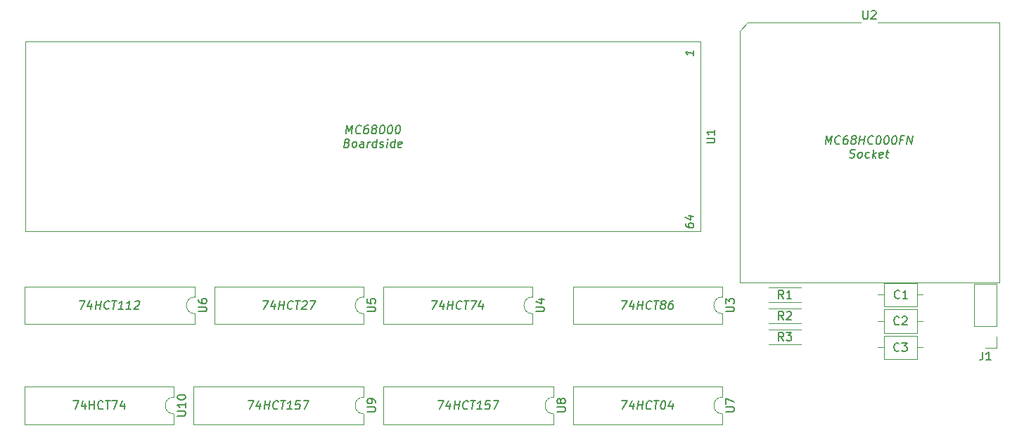
<source format=gbr>
G04 #@! TF.GenerationSoftware,KiCad,Pcbnew,(5.1.2-1)-1*
G04 #@! TF.CreationDate,2019-05-26T22:41:34+01:00*
G04 #@! TF.ProjectId,A500 14Mhz Accelerator,41353030-2031-4344-9d68-7a2041636365,rev?*
G04 #@! TF.SameCoordinates,Original*
G04 #@! TF.FileFunction,Legend,Top*
G04 #@! TF.FilePolarity,Positive*
%FSLAX46Y46*%
G04 Gerber Fmt 4.6, Leading zero omitted, Abs format (unit mm)*
G04 Created by KiCad (PCBNEW (5.1.2-1)-1) date 2019-05-26 22:41:34*
%MOMM*%
%LPD*%
G04 APERTURE LIST*
%ADD10C,0.150000*%
%ADD11C,0.120000*%
G04 APERTURE END LIST*
D10*
X91448333Y-134707380D02*
X92115000Y-134707380D01*
X91686428Y-135707380D01*
X92924523Y-135040714D02*
X92924523Y-135707380D01*
X92686428Y-134659761D02*
X92448333Y-135374047D01*
X93067380Y-135374047D01*
X93448333Y-135707380D02*
X93448333Y-134707380D01*
X93448333Y-135183571D02*
X94019761Y-135183571D01*
X94019761Y-135707380D02*
X94019761Y-134707380D01*
X95067380Y-135612142D02*
X95019761Y-135659761D01*
X94876904Y-135707380D01*
X94781666Y-135707380D01*
X94638809Y-135659761D01*
X94543571Y-135564523D01*
X94495952Y-135469285D01*
X94448333Y-135278809D01*
X94448333Y-135135952D01*
X94495952Y-134945476D01*
X94543571Y-134850238D01*
X94638809Y-134755000D01*
X94781666Y-134707380D01*
X94876904Y-134707380D01*
X95019761Y-134755000D01*
X95067380Y-134802619D01*
X95353095Y-134707380D02*
X95924523Y-134707380D01*
X95638809Y-135707380D02*
X95638809Y-134707380D01*
X96162619Y-134707380D02*
X96829285Y-134707380D01*
X96400714Y-135707380D01*
X97638809Y-135040714D02*
X97638809Y-135707380D01*
X97400714Y-134659761D02*
X97162619Y-135374047D01*
X97781666Y-135374047D01*
X112587157Y-134707380D02*
X113253824Y-134707380D01*
X112700252Y-135707380D01*
X114021681Y-135040714D02*
X113938348Y-135707380D01*
X113831205Y-134659761D02*
X113503824Y-135374047D01*
X114122872Y-135374047D01*
X114462157Y-135707380D02*
X114587157Y-134707380D01*
X114527633Y-135183571D02*
X115099062Y-135183571D01*
X115033586Y-135707380D02*
X115158586Y-134707380D01*
X116093110Y-135612142D02*
X116039538Y-135659761D01*
X115890729Y-135707380D01*
X115795491Y-135707380D01*
X115658586Y-135659761D01*
X115575252Y-135564523D01*
X115539538Y-135469285D01*
X115515729Y-135278809D01*
X115533586Y-135135952D01*
X115605014Y-134945476D01*
X115664538Y-134850238D01*
X115771681Y-134755000D01*
X115920491Y-134707380D01*
X116015729Y-134707380D01*
X116152633Y-134755000D01*
X116194300Y-134802619D01*
X116491919Y-134707380D02*
X117063348Y-134707380D01*
X116652633Y-135707380D02*
X116777633Y-134707380D01*
X117795491Y-135707380D02*
X117224062Y-135707380D01*
X117509776Y-135707380D02*
X117634776Y-134707380D01*
X117521681Y-134850238D01*
X117414538Y-134945476D01*
X117313348Y-134993095D01*
X118825252Y-134707380D02*
X118349062Y-134707380D01*
X118241919Y-135183571D01*
X118295491Y-135135952D01*
X118396681Y-135088333D01*
X118634776Y-135088333D01*
X118724062Y-135135952D01*
X118765729Y-135183571D01*
X118801443Y-135278809D01*
X118771681Y-135516904D01*
X118712157Y-135612142D01*
X118658586Y-135659761D01*
X118557395Y-135707380D01*
X118319300Y-135707380D01*
X118230014Y-135659761D01*
X118188348Y-135612142D01*
X119206205Y-134707380D02*
X119872872Y-134707380D01*
X119319300Y-135707380D01*
X135447157Y-134707380D02*
X136113824Y-134707380D01*
X135560252Y-135707380D01*
X136881681Y-135040714D02*
X136798348Y-135707380D01*
X136691205Y-134659761D02*
X136363824Y-135374047D01*
X136982872Y-135374047D01*
X137322157Y-135707380D02*
X137447157Y-134707380D01*
X137387633Y-135183571D02*
X137959062Y-135183571D01*
X137893586Y-135707380D02*
X138018586Y-134707380D01*
X138953110Y-135612142D02*
X138899538Y-135659761D01*
X138750729Y-135707380D01*
X138655491Y-135707380D01*
X138518586Y-135659761D01*
X138435252Y-135564523D01*
X138399538Y-135469285D01*
X138375729Y-135278809D01*
X138393586Y-135135952D01*
X138465014Y-134945476D01*
X138524538Y-134850238D01*
X138631681Y-134755000D01*
X138780491Y-134707380D01*
X138875729Y-134707380D01*
X139012633Y-134755000D01*
X139054300Y-134802619D01*
X139351919Y-134707380D02*
X139923348Y-134707380D01*
X139512633Y-135707380D02*
X139637633Y-134707380D01*
X140655491Y-135707380D02*
X140084062Y-135707380D01*
X140369776Y-135707380D02*
X140494776Y-134707380D01*
X140381681Y-134850238D01*
X140274538Y-134945476D01*
X140173348Y-134993095D01*
X141685252Y-134707380D02*
X141209062Y-134707380D01*
X141101919Y-135183571D01*
X141155491Y-135135952D01*
X141256681Y-135088333D01*
X141494776Y-135088333D01*
X141584062Y-135135952D01*
X141625729Y-135183571D01*
X141661443Y-135278809D01*
X141631681Y-135516904D01*
X141572157Y-135612142D01*
X141518586Y-135659761D01*
X141417395Y-135707380D01*
X141179300Y-135707380D01*
X141090014Y-135659761D01*
X141048348Y-135612142D01*
X142066205Y-134707380D02*
X142732872Y-134707380D01*
X142179300Y-135707380D01*
X157513348Y-134707380D02*
X158180014Y-134707380D01*
X157626443Y-135707380D01*
X158947872Y-135040714D02*
X158864538Y-135707380D01*
X158757395Y-134659761D02*
X158430014Y-135374047D01*
X159049062Y-135374047D01*
X159388348Y-135707380D02*
X159513348Y-134707380D01*
X159453824Y-135183571D02*
X160025252Y-135183571D01*
X159959776Y-135707380D02*
X160084776Y-134707380D01*
X161019300Y-135612142D02*
X160965729Y-135659761D01*
X160816919Y-135707380D01*
X160721681Y-135707380D01*
X160584776Y-135659761D01*
X160501443Y-135564523D01*
X160465729Y-135469285D01*
X160441919Y-135278809D01*
X160459776Y-135135952D01*
X160531205Y-134945476D01*
X160590729Y-134850238D01*
X160697872Y-134755000D01*
X160846681Y-134707380D01*
X160941919Y-134707380D01*
X161078824Y-134755000D01*
X161120491Y-134802619D01*
X161418110Y-134707380D02*
X161989538Y-134707380D01*
X161578824Y-135707380D02*
X161703824Y-134707380D01*
X162513348Y-134707380D02*
X162608586Y-134707380D01*
X162697872Y-134755000D01*
X162739538Y-134802619D01*
X162775252Y-134897857D01*
X162799062Y-135088333D01*
X162769300Y-135326428D01*
X162697872Y-135516904D01*
X162638348Y-135612142D01*
X162584776Y-135659761D01*
X162483586Y-135707380D01*
X162388348Y-135707380D01*
X162299062Y-135659761D01*
X162257395Y-135612142D01*
X162221681Y-135516904D01*
X162197872Y-135326428D01*
X162227633Y-135088333D01*
X162299062Y-134897857D01*
X162358586Y-134802619D01*
X162412157Y-134755000D01*
X162513348Y-134707380D01*
X163662157Y-135040714D02*
X163578824Y-135707380D01*
X163471681Y-134659761D02*
X163144300Y-135374047D01*
X163763348Y-135374047D01*
X92267157Y-122642380D02*
X92933824Y-122642380D01*
X92380252Y-123642380D01*
X93701681Y-122975714D02*
X93618348Y-123642380D01*
X93511205Y-122594761D02*
X93183824Y-123309047D01*
X93802872Y-123309047D01*
X94142157Y-123642380D02*
X94267157Y-122642380D01*
X94207633Y-123118571D02*
X94779062Y-123118571D01*
X94713586Y-123642380D02*
X94838586Y-122642380D01*
X95773110Y-123547142D02*
X95719538Y-123594761D01*
X95570729Y-123642380D01*
X95475491Y-123642380D01*
X95338586Y-123594761D01*
X95255252Y-123499523D01*
X95219538Y-123404285D01*
X95195729Y-123213809D01*
X95213586Y-123070952D01*
X95285014Y-122880476D01*
X95344538Y-122785238D01*
X95451681Y-122690000D01*
X95600491Y-122642380D01*
X95695729Y-122642380D01*
X95832633Y-122690000D01*
X95874300Y-122737619D01*
X96171919Y-122642380D02*
X96743348Y-122642380D01*
X96332633Y-123642380D02*
X96457633Y-122642380D01*
X97475491Y-123642380D02*
X96904062Y-123642380D01*
X97189776Y-123642380D02*
X97314776Y-122642380D01*
X97201681Y-122785238D01*
X97094538Y-122880476D01*
X96993348Y-122928095D01*
X98427872Y-123642380D02*
X97856443Y-123642380D01*
X98142157Y-123642380D02*
X98267157Y-122642380D01*
X98154062Y-122785238D01*
X98046919Y-122880476D01*
X97945729Y-122928095D01*
X98921919Y-122737619D02*
X98975491Y-122690000D01*
X99076681Y-122642380D01*
X99314776Y-122642380D01*
X99404062Y-122690000D01*
X99445729Y-122737619D01*
X99481443Y-122832857D01*
X99469538Y-122928095D01*
X99404062Y-123070952D01*
X98761205Y-123642380D01*
X99380252Y-123642380D01*
X114333348Y-122642380D02*
X115000014Y-122642380D01*
X114446443Y-123642380D01*
X115767872Y-122975714D02*
X115684538Y-123642380D01*
X115577395Y-122594761D02*
X115250014Y-123309047D01*
X115869062Y-123309047D01*
X116208348Y-123642380D02*
X116333348Y-122642380D01*
X116273824Y-123118571D02*
X116845252Y-123118571D01*
X116779776Y-123642380D02*
X116904776Y-122642380D01*
X117839300Y-123547142D02*
X117785729Y-123594761D01*
X117636919Y-123642380D01*
X117541681Y-123642380D01*
X117404776Y-123594761D01*
X117321443Y-123499523D01*
X117285729Y-123404285D01*
X117261919Y-123213809D01*
X117279776Y-123070952D01*
X117351205Y-122880476D01*
X117410729Y-122785238D01*
X117517872Y-122690000D01*
X117666681Y-122642380D01*
X117761919Y-122642380D01*
X117898824Y-122690000D01*
X117940491Y-122737619D01*
X118238110Y-122642380D02*
X118809538Y-122642380D01*
X118398824Y-123642380D02*
X118523824Y-122642380D01*
X119083348Y-122737619D02*
X119136919Y-122690000D01*
X119238110Y-122642380D01*
X119476205Y-122642380D01*
X119565491Y-122690000D01*
X119607157Y-122737619D01*
X119642872Y-122832857D01*
X119630967Y-122928095D01*
X119565491Y-123070952D01*
X118922633Y-123642380D01*
X119541681Y-123642380D01*
X120000014Y-122642380D02*
X120666681Y-122642380D01*
X120113110Y-123642380D01*
X134653348Y-122642380D02*
X135320014Y-122642380D01*
X134766443Y-123642380D01*
X136087872Y-122975714D02*
X136004538Y-123642380D01*
X135897395Y-122594761D02*
X135570014Y-123309047D01*
X136189062Y-123309047D01*
X136528348Y-123642380D02*
X136653348Y-122642380D01*
X136593824Y-123118571D02*
X137165252Y-123118571D01*
X137099776Y-123642380D02*
X137224776Y-122642380D01*
X138159300Y-123547142D02*
X138105729Y-123594761D01*
X137956919Y-123642380D01*
X137861681Y-123642380D01*
X137724776Y-123594761D01*
X137641443Y-123499523D01*
X137605729Y-123404285D01*
X137581919Y-123213809D01*
X137599776Y-123070952D01*
X137671205Y-122880476D01*
X137730729Y-122785238D01*
X137837872Y-122690000D01*
X137986681Y-122642380D01*
X138081919Y-122642380D01*
X138218824Y-122690000D01*
X138260491Y-122737619D01*
X138558110Y-122642380D02*
X139129538Y-122642380D01*
X138718824Y-123642380D02*
X138843824Y-122642380D01*
X139367633Y-122642380D02*
X140034300Y-122642380D01*
X139480729Y-123642380D01*
X140802157Y-122975714D02*
X140718824Y-123642380D01*
X140611681Y-122594761D02*
X140284300Y-123309047D01*
X140903348Y-123309047D01*
X157513348Y-122642380D02*
X158180014Y-122642380D01*
X157626443Y-123642380D01*
X158947872Y-122975714D02*
X158864538Y-123642380D01*
X158757395Y-122594761D02*
X158430014Y-123309047D01*
X159049062Y-123309047D01*
X159388348Y-123642380D02*
X159513348Y-122642380D01*
X159453824Y-123118571D02*
X160025252Y-123118571D01*
X159959776Y-123642380D02*
X160084776Y-122642380D01*
X161019300Y-123547142D02*
X160965729Y-123594761D01*
X160816919Y-123642380D01*
X160721681Y-123642380D01*
X160584776Y-123594761D01*
X160501443Y-123499523D01*
X160465729Y-123404285D01*
X160441919Y-123213809D01*
X160459776Y-123070952D01*
X160531205Y-122880476D01*
X160590729Y-122785238D01*
X160697872Y-122690000D01*
X160846681Y-122642380D01*
X160941919Y-122642380D01*
X161078824Y-122690000D01*
X161120491Y-122737619D01*
X161418110Y-122642380D02*
X161989538Y-122642380D01*
X161578824Y-123642380D02*
X161703824Y-122642380D01*
X162412157Y-123070952D02*
X162322872Y-123023333D01*
X162281205Y-122975714D01*
X162245491Y-122880476D01*
X162251443Y-122832857D01*
X162310967Y-122737619D01*
X162364538Y-122690000D01*
X162465729Y-122642380D01*
X162656205Y-122642380D01*
X162745491Y-122690000D01*
X162787157Y-122737619D01*
X162822872Y-122832857D01*
X162816919Y-122880476D01*
X162757395Y-122975714D01*
X162703824Y-123023333D01*
X162602633Y-123070952D01*
X162412157Y-123070952D01*
X162310967Y-123118571D01*
X162257395Y-123166190D01*
X162197872Y-123261428D01*
X162174062Y-123451904D01*
X162209776Y-123547142D01*
X162251443Y-123594761D01*
X162340729Y-123642380D01*
X162531205Y-123642380D01*
X162632395Y-123594761D01*
X162685967Y-123547142D01*
X162745491Y-123451904D01*
X162769300Y-123261428D01*
X162733586Y-123166190D01*
X162691919Y-123118571D01*
X162602633Y-123070952D01*
X163703824Y-122642380D02*
X163513348Y-122642380D01*
X163412157Y-122690000D01*
X163358586Y-122737619D01*
X163245491Y-122880476D01*
X163174062Y-123070952D01*
X163126443Y-123451904D01*
X163162157Y-123547142D01*
X163203824Y-123594761D01*
X163293110Y-123642380D01*
X163483586Y-123642380D01*
X163584776Y-123594761D01*
X163638348Y-123547142D01*
X163697872Y-123451904D01*
X163727633Y-123213809D01*
X163691919Y-123118571D01*
X163650252Y-123070952D01*
X163560967Y-123023333D01*
X163370491Y-123023333D01*
X163269300Y-123070952D01*
X163215729Y-123118571D01*
X163156205Y-123213809D01*
X124320729Y-102497380D02*
X124445729Y-101497380D01*
X124689776Y-102211666D01*
X125112395Y-101497380D01*
X124987395Y-102497380D01*
X126046919Y-102402142D02*
X125993348Y-102449761D01*
X125844538Y-102497380D01*
X125749300Y-102497380D01*
X125612395Y-102449761D01*
X125529062Y-102354523D01*
X125493348Y-102259285D01*
X125469538Y-102068809D01*
X125487395Y-101925952D01*
X125558824Y-101735476D01*
X125618348Y-101640238D01*
X125725491Y-101545000D01*
X125874300Y-101497380D01*
X125969538Y-101497380D01*
X126106443Y-101545000D01*
X126148110Y-101592619D01*
X127017157Y-101497380D02*
X126826681Y-101497380D01*
X126725491Y-101545000D01*
X126671919Y-101592619D01*
X126558824Y-101735476D01*
X126487395Y-101925952D01*
X126439776Y-102306904D01*
X126475491Y-102402142D01*
X126517157Y-102449761D01*
X126606443Y-102497380D01*
X126796919Y-102497380D01*
X126898110Y-102449761D01*
X126951681Y-102402142D01*
X127011205Y-102306904D01*
X127040967Y-102068809D01*
X127005252Y-101973571D01*
X126963586Y-101925952D01*
X126874300Y-101878333D01*
X126683824Y-101878333D01*
X126582633Y-101925952D01*
X126529062Y-101973571D01*
X126469538Y-102068809D01*
X127630252Y-101925952D02*
X127540967Y-101878333D01*
X127499300Y-101830714D01*
X127463586Y-101735476D01*
X127469538Y-101687857D01*
X127529062Y-101592619D01*
X127582633Y-101545000D01*
X127683824Y-101497380D01*
X127874300Y-101497380D01*
X127963586Y-101545000D01*
X128005252Y-101592619D01*
X128040967Y-101687857D01*
X128035014Y-101735476D01*
X127975491Y-101830714D01*
X127921919Y-101878333D01*
X127820729Y-101925952D01*
X127630252Y-101925952D01*
X127529062Y-101973571D01*
X127475491Y-102021190D01*
X127415967Y-102116428D01*
X127392157Y-102306904D01*
X127427872Y-102402142D01*
X127469538Y-102449761D01*
X127558824Y-102497380D01*
X127749300Y-102497380D01*
X127850491Y-102449761D01*
X127904062Y-102402142D01*
X127963586Y-102306904D01*
X127987395Y-102116428D01*
X127951681Y-102021190D01*
X127910014Y-101973571D01*
X127820729Y-101925952D01*
X128683824Y-101497380D02*
X128779062Y-101497380D01*
X128868348Y-101545000D01*
X128910014Y-101592619D01*
X128945729Y-101687857D01*
X128969538Y-101878333D01*
X128939776Y-102116428D01*
X128868348Y-102306904D01*
X128808824Y-102402142D01*
X128755252Y-102449761D01*
X128654062Y-102497380D01*
X128558824Y-102497380D01*
X128469538Y-102449761D01*
X128427872Y-102402142D01*
X128392157Y-102306904D01*
X128368348Y-102116428D01*
X128398110Y-101878333D01*
X128469538Y-101687857D01*
X128529062Y-101592619D01*
X128582633Y-101545000D01*
X128683824Y-101497380D01*
X129636205Y-101497380D02*
X129731443Y-101497380D01*
X129820729Y-101545000D01*
X129862395Y-101592619D01*
X129898110Y-101687857D01*
X129921919Y-101878333D01*
X129892157Y-102116428D01*
X129820729Y-102306904D01*
X129761205Y-102402142D01*
X129707633Y-102449761D01*
X129606443Y-102497380D01*
X129511205Y-102497380D01*
X129421919Y-102449761D01*
X129380252Y-102402142D01*
X129344538Y-102306904D01*
X129320729Y-102116428D01*
X129350491Y-101878333D01*
X129421919Y-101687857D01*
X129481443Y-101592619D01*
X129535014Y-101545000D01*
X129636205Y-101497380D01*
X130588586Y-101497380D02*
X130683824Y-101497380D01*
X130773110Y-101545000D01*
X130814776Y-101592619D01*
X130850491Y-101687857D01*
X130874300Y-101878333D01*
X130844538Y-102116428D01*
X130773110Y-102306904D01*
X130713586Y-102402142D01*
X130660014Y-102449761D01*
X130558824Y-102497380D01*
X130463586Y-102497380D01*
X130374300Y-102449761D01*
X130332633Y-102402142D01*
X130296919Y-102306904D01*
X130273110Y-102116428D01*
X130302872Y-101878333D01*
X130374300Y-101687857D01*
X130433824Y-101592619D01*
X130487395Y-101545000D01*
X130588586Y-101497380D01*
X124481443Y-103623571D02*
X124618348Y-103671190D01*
X124660014Y-103718809D01*
X124695729Y-103814047D01*
X124677872Y-103956904D01*
X124618348Y-104052142D01*
X124564776Y-104099761D01*
X124463586Y-104147380D01*
X124082633Y-104147380D01*
X124207633Y-103147380D01*
X124540967Y-103147380D01*
X124630252Y-103195000D01*
X124671919Y-103242619D01*
X124707633Y-103337857D01*
X124695729Y-103433095D01*
X124636205Y-103528333D01*
X124582633Y-103575952D01*
X124481443Y-103623571D01*
X124148110Y-103623571D01*
X125225491Y-104147380D02*
X125136205Y-104099761D01*
X125094538Y-104052142D01*
X125058824Y-103956904D01*
X125094538Y-103671190D01*
X125154062Y-103575952D01*
X125207633Y-103528333D01*
X125308824Y-103480714D01*
X125451681Y-103480714D01*
X125540967Y-103528333D01*
X125582633Y-103575952D01*
X125618348Y-103671190D01*
X125582633Y-103956904D01*
X125523110Y-104052142D01*
X125469538Y-104099761D01*
X125368348Y-104147380D01*
X125225491Y-104147380D01*
X126415967Y-104147380D02*
X126481443Y-103623571D01*
X126445729Y-103528333D01*
X126356443Y-103480714D01*
X126165967Y-103480714D01*
X126064776Y-103528333D01*
X126421919Y-104099761D02*
X126320729Y-104147380D01*
X126082633Y-104147380D01*
X125993348Y-104099761D01*
X125957633Y-104004523D01*
X125969538Y-103909285D01*
X126029062Y-103814047D01*
X126130252Y-103766428D01*
X126368348Y-103766428D01*
X126469538Y-103718809D01*
X126892157Y-104147380D02*
X126975491Y-103480714D01*
X126951681Y-103671190D02*
X127011205Y-103575952D01*
X127064776Y-103528333D01*
X127165967Y-103480714D01*
X127261205Y-103480714D01*
X127939776Y-104147380D02*
X128064776Y-103147380D01*
X127945729Y-104099761D02*
X127844538Y-104147380D01*
X127654062Y-104147380D01*
X127564776Y-104099761D01*
X127523110Y-104052142D01*
X127487395Y-103956904D01*
X127523110Y-103671190D01*
X127582633Y-103575952D01*
X127636205Y-103528333D01*
X127737395Y-103480714D01*
X127927872Y-103480714D01*
X128017157Y-103528333D01*
X128374300Y-104099761D02*
X128463586Y-104147380D01*
X128654062Y-104147380D01*
X128755252Y-104099761D01*
X128814776Y-104004523D01*
X128820729Y-103956904D01*
X128785014Y-103861666D01*
X128695729Y-103814047D01*
X128552872Y-103814047D01*
X128463586Y-103766428D01*
X128427872Y-103671190D01*
X128433824Y-103623571D01*
X128493348Y-103528333D01*
X128594538Y-103480714D01*
X128737395Y-103480714D01*
X128826681Y-103528333D01*
X129225491Y-104147380D02*
X129308824Y-103480714D01*
X129350491Y-103147380D02*
X129296919Y-103195000D01*
X129338586Y-103242619D01*
X129392157Y-103195000D01*
X129350491Y-103147380D01*
X129338586Y-103242619D01*
X130130252Y-104147380D02*
X130255252Y-103147380D01*
X130136205Y-104099761D02*
X130035014Y-104147380D01*
X129844538Y-104147380D01*
X129755252Y-104099761D01*
X129713586Y-104052142D01*
X129677872Y-103956904D01*
X129713586Y-103671190D01*
X129773110Y-103575952D01*
X129826681Y-103528333D01*
X129927872Y-103480714D01*
X130118348Y-103480714D01*
X130207633Y-103528333D01*
X130993348Y-104099761D02*
X130892157Y-104147380D01*
X130701681Y-104147380D01*
X130612395Y-104099761D01*
X130576681Y-104004523D01*
X130624300Y-103623571D01*
X130683824Y-103528333D01*
X130785014Y-103480714D01*
X130975491Y-103480714D01*
X131064776Y-103528333D01*
X131100491Y-103623571D01*
X131088586Y-103718809D01*
X130600491Y-103814047D01*
X182034538Y-103767380D02*
X182159538Y-102767380D01*
X182403586Y-103481666D01*
X182826205Y-102767380D01*
X182701205Y-103767380D01*
X183760729Y-103672142D02*
X183707157Y-103719761D01*
X183558348Y-103767380D01*
X183463110Y-103767380D01*
X183326205Y-103719761D01*
X183242872Y-103624523D01*
X183207157Y-103529285D01*
X183183348Y-103338809D01*
X183201205Y-103195952D01*
X183272633Y-103005476D01*
X183332157Y-102910238D01*
X183439300Y-102815000D01*
X183588110Y-102767380D01*
X183683348Y-102767380D01*
X183820252Y-102815000D01*
X183861919Y-102862619D01*
X184730967Y-102767380D02*
X184540491Y-102767380D01*
X184439300Y-102815000D01*
X184385729Y-102862619D01*
X184272633Y-103005476D01*
X184201205Y-103195952D01*
X184153586Y-103576904D01*
X184189300Y-103672142D01*
X184230967Y-103719761D01*
X184320252Y-103767380D01*
X184510729Y-103767380D01*
X184611919Y-103719761D01*
X184665491Y-103672142D01*
X184725014Y-103576904D01*
X184754776Y-103338809D01*
X184719062Y-103243571D01*
X184677395Y-103195952D01*
X184588110Y-103148333D01*
X184397633Y-103148333D01*
X184296443Y-103195952D01*
X184242872Y-103243571D01*
X184183348Y-103338809D01*
X185344062Y-103195952D02*
X185254776Y-103148333D01*
X185213110Y-103100714D01*
X185177395Y-103005476D01*
X185183348Y-102957857D01*
X185242872Y-102862619D01*
X185296443Y-102815000D01*
X185397633Y-102767380D01*
X185588110Y-102767380D01*
X185677395Y-102815000D01*
X185719062Y-102862619D01*
X185754776Y-102957857D01*
X185748824Y-103005476D01*
X185689300Y-103100714D01*
X185635729Y-103148333D01*
X185534538Y-103195952D01*
X185344062Y-103195952D01*
X185242872Y-103243571D01*
X185189300Y-103291190D01*
X185129776Y-103386428D01*
X185105967Y-103576904D01*
X185141681Y-103672142D01*
X185183348Y-103719761D01*
X185272633Y-103767380D01*
X185463110Y-103767380D01*
X185564300Y-103719761D01*
X185617872Y-103672142D01*
X185677395Y-103576904D01*
X185701205Y-103386428D01*
X185665491Y-103291190D01*
X185623824Y-103243571D01*
X185534538Y-103195952D01*
X186082157Y-103767380D02*
X186207157Y-102767380D01*
X186147633Y-103243571D02*
X186719062Y-103243571D01*
X186653586Y-103767380D02*
X186778586Y-102767380D01*
X187713110Y-103672142D02*
X187659538Y-103719761D01*
X187510729Y-103767380D01*
X187415491Y-103767380D01*
X187278586Y-103719761D01*
X187195252Y-103624523D01*
X187159538Y-103529285D01*
X187135729Y-103338809D01*
X187153586Y-103195952D01*
X187225014Y-103005476D01*
X187284538Y-102910238D01*
X187391681Y-102815000D01*
X187540491Y-102767380D01*
X187635729Y-102767380D01*
X187772633Y-102815000D01*
X187814300Y-102862619D01*
X188445252Y-102767380D02*
X188540491Y-102767380D01*
X188629776Y-102815000D01*
X188671443Y-102862619D01*
X188707157Y-102957857D01*
X188730967Y-103148333D01*
X188701205Y-103386428D01*
X188629776Y-103576904D01*
X188570252Y-103672142D01*
X188516681Y-103719761D01*
X188415491Y-103767380D01*
X188320252Y-103767380D01*
X188230967Y-103719761D01*
X188189300Y-103672142D01*
X188153586Y-103576904D01*
X188129776Y-103386428D01*
X188159538Y-103148333D01*
X188230967Y-102957857D01*
X188290491Y-102862619D01*
X188344062Y-102815000D01*
X188445252Y-102767380D01*
X189397633Y-102767380D02*
X189492872Y-102767380D01*
X189582157Y-102815000D01*
X189623824Y-102862619D01*
X189659538Y-102957857D01*
X189683348Y-103148333D01*
X189653586Y-103386428D01*
X189582157Y-103576904D01*
X189522633Y-103672142D01*
X189469062Y-103719761D01*
X189367872Y-103767380D01*
X189272633Y-103767380D01*
X189183348Y-103719761D01*
X189141681Y-103672142D01*
X189105967Y-103576904D01*
X189082157Y-103386428D01*
X189111919Y-103148333D01*
X189183348Y-102957857D01*
X189242872Y-102862619D01*
X189296443Y-102815000D01*
X189397633Y-102767380D01*
X190350014Y-102767380D02*
X190445252Y-102767380D01*
X190534538Y-102815000D01*
X190576205Y-102862619D01*
X190611919Y-102957857D01*
X190635729Y-103148333D01*
X190605967Y-103386428D01*
X190534538Y-103576904D01*
X190475014Y-103672142D01*
X190421443Y-103719761D01*
X190320252Y-103767380D01*
X190225014Y-103767380D01*
X190135729Y-103719761D01*
X190094062Y-103672142D01*
X190058348Y-103576904D01*
X190034538Y-103386428D01*
X190064300Y-103148333D01*
X190135729Y-102957857D01*
X190195252Y-102862619D01*
X190248824Y-102815000D01*
X190350014Y-102767380D01*
X191385729Y-103243571D02*
X191052395Y-103243571D01*
X190986919Y-103767380D02*
X191111919Y-102767380D01*
X191588110Y-102767380D01*
X191844062Y-103767380D02*
X191969062Y-102767380D01*
X192415491Y-103767380D01*
X192540491Y-102767380D01*
X184945252Y-105369761D02*
X185082157Y-105417380D01*
X185320252Y-105417380D01*
X185421443Y-105369761D01*
X185475014Y-105322142D01*
X185534538Y-105226904D01*
X185546443Y-105131666D01*
X185510729Y-105036428D01*
X185469062Y-104988809D01*
X185379776Y-104941190D01*
X185195252Y-104893571D01*
X185105967Y-104845952D01*
X185064300Y-104798333D01*
X185028586Y-104703095D01*
X185040491Y-104607857D01*
X185100014Y-104512619D01*
X185153586Y-104465000D01*
X185254776Y-104417380D01*
X185492872Y-104417380D01*
X185629776Y-104465000D01*
X186082157Y-105417380D02*
X185992872Y-105369761D01*
X185951205Y-105322142D01*
X185915491Y-105226904D01*
X185951205Y-104941190D01*
X186010729Y-104845952D01*
X186064300Y-104798333D01*
X186165491Y-104750714D01*
X186308348Y-104750714D01*
X186397633Y-104798333D01*
X186439300Y-104845952D01*
X186475014Y-104941190D01*
X186439300Y-105226904D01*
X186379776Y-105322142D01*
X186326205Y-105369761D01*
X186225014Y-105417380D01*
X186082157Y-105417380D01*
X187278586Y-105369761D02*
X187177395Y-105417380D01*
X186986919Y-105417380D01*
X186897633Y-105369761D01*
X186855967Y-105322142D01*
X186820252Y-105226904D01*
X186855967Y-104941190D01*
X186915491Y-104845952D01*
X186969062Y-104798333D01*
X187070252Y-104750714D01*
X187260729Y-104750714D01*
X187350014Y-104798333D01*
X187701205Y-105417380D02*
X187826205Y-104417380D01*
X187844062Y-105036428D02*
X188082157Y-105417380D01*
X188165491Y-104750714D02*
X187736919Y-105131666D01*
X188897633Y-105369761D02*
X188796443Y-105417380D01*
X188605967Y-105417380D01*
X188516681Y-105369761D01*
X188480967Y-105274523D01*
X188528586Y-104893571D01*
X188588110Y-104798333D01*
X188689300Y-104750714D01*
X188879776Y-104750714D01*
X188969062Y-104798333D01*
X189004776Y-104893571D01*
X188992872Y-104988809D01*
X188504776Y-105084047D01*
X189308348Y-104750714D02*
X189689300Y-104750714D01*
X189492872Y-104417380D02*
X189385729Y-105274523D01*
X189421443Y-105369761D01*
X189510729Y-105417380D01*
X189605967Y-105417380D01*
D11*
X85725000Y-91440000D02*
X167005000Y-91440000D01*
X85725000Y-114300000D02*
X85725000Y-91440000D01*
X167005000Y-114300000D02*
X85725000Y-114300000D01*
X167005000Y-91440000D02*
X167005000Y-114300000D01*
X193785000Y-121920000D02*
X193095000Y-121920000D01*
X188365000Y-121920000D02*
X189055000Y-121920000D01*
X193095000Y-120500000D02*
X189055000Y-120500000D01*
X193095000Y-123340000D02*
X193095000Y-120500000D01*
X189055000Y-123340000D02*
X193095000Y-123340000D01*
X189055000Y-120500000D02*
X189055000Y-123340000D01*
X189055000Y-123675000D02*
X189055000Y-126515000D01*
X189055000Y-126515000D02*
X193095000Y-126515000D01*
X193095000Y-126515000D02*
X193095000Y-123675000D01*
X193095000Y-123675000D02*
X189055000Y-123675000D01*
X188365000Y-125095000D02*
X189055000Y-125095000D01*
X193785000Y-125095000D02*
X193095000Y-125095000D01*
X193785000Y-128270000D02*
X193095000Y-128270000D01*
X188365000Y-128270000D02*
X189055000Y-128270000D01*
X193095000Y-126850000D02*
X189055000Y-126850000D01*
X193095000Y-129690000D02*
X193095000Y-126850000D01*
X189055000Y-129690000D02*
X193095000Y-129690000D01*
X189055000Y-126850000D02*
X189055000Y-129690000D01*
X175245000Y-121000000D02*
X179085000Y-121000000D01*
X175245000Y-122840000D02*
X179085000Y-122840000D01*
X175245000Y-125380000D02*
X179085000Y-125380000D01*
X175245000Y-123540000D02*
X179085000Y-123540000D01*
X175245000Y-126080000D02*
X179085000Y-126080000D01*
X175245000Y-127920000D02*
X179085000Y-127920000D01*
X169605000Y-124190000D02*
G75*
G02X169605000Y-122190000I0J1000000D01*
G01*
X169605000Y-122190000D02*
X169605000Y-120940000D01*
X169605000Y-120940000D02*
X151705000Y-120940000D01*
X151705000Y-120940000D02*
X151705000Y-125440000D01*
X151705000Y-125440000D02*
X169605000Y-125440000D01*
X169605000Y-125440000D02*
X169605000Y-124190000D01*
X146745000Y-125440000D02*
X146745000Y-124190000D01*
X128845000Y-125440000D02*
X146745000Y-125440000D01*
X128845000Y-120940000D02*
X128845000Y-125440000D01*
X146745000Y-120940000D02*
X128845000Y-120940000D01*
X146745000Y-122190000D02*
X146745000Y-120940000D01*
X146745000Y-124190000D02*
G75*
G02X146745000Y-122190000I0J1000000D01*
G01*
X126425000Y-124190000D02*
G75*
G02X126425000Y-122190000I0J1000000D01*
G01*
X126425000Y-122190000D02*
X126425000Y-120940000D01*
X126425000Y-120940000D02*
X108525000Y-120940000D01*
X108525000Y-120940000D02*
X108525000Y-125440000D01*
X108525000Y-125440000D02*
X126425000Y-125440000D01*
X126425000Y-125440000D02*
X126425000Y-124190000D01*
X106105000Y-124190000D02*
G75*
G02X106105000Y-122190000I0J1000000D01*
G01*
X106105000Y-122190000D02*
X106105000Y-120940000D01*
X106105000Y-120940000D02*
X85665000Y-120940000D01*
X85665000Y-120940000D02*
X85665000Y-125440000D01*
X85665000Y-125440000D02*
X106105000Y-125440000D01*
X106105000Y-125440000D02*
X106105000Y-124190000D01*
X169605000Y-137505000D02*
X169605000Y-136255000D01*
X151705000Y-137505000D02*
X169605000Y-137505000D01*
X151705000Y-133005000D02*
X151705000Y-137505000D01*
X169605000Y-133005000D02*
X151705000Y-133005000D01*
X169605000Y-134255000D02*
X169605000Y-133005000D01*
X169605000Y-136255000D02*
G75*
G02X169605000Y-134255000I0J1000000D01*
G01*
X202625000Y-120590000D02*
X199965000Y-120590000D01*
X202625000Y-125730000D02*
X202625000Y-120590000D01*
X199965000Y-125730000D02*
X199965000Y-120590000D01*
X202625000Y-125730000D02*
X199965000Y-125730000D01*
X202625000Y-127000000D02*
X202625000Y-128330000D01*
X202625000Y-128330000D02*
X201295000Y-128330000D01*
X149285000Y-136255000D02*
G75*
G02X149285000Y-134255000I0J1000000D01*
G01*
X149285000Y-134255000D02*
X149285000Y-133005000D01*
X149285000Y-133005000D02*
X128845000Y-133005000D01*
X128845000Y-133005000D02*
X128845000Y-137505000D01*
X128845000Y-137505000D02*
X149285000Y-137505000D01*
X149285000Y-137505000D02*
X149285000Y-136255000D01*
X126425000Y-136255000D02*
G75*
G02X126425000Y-134255000I0J1000000D01*
G01*
X126425000Y-134255000D02*
X126425000Y-133005000D01*
X126425000Y-133005000D02*
X105985000Y-133005000D01*
X105985000Y-133005000D02*
X105985000Y-137505000D01*
X105985000Y-137505000D02*
X126425000Y-137505000D01*
X126425000Y-137505000D02*
X126425000Y-136255000D01*
X103565000Y-136255000D02*
G75*
G02X103565000Y-134255000I0J1000000D01*
G01*
X103565000Y-134255000D02*
X103565000Y-133005000D01*
X103565000Y-133005000D02*
X85665000Y-133005000D01*
X85665000Y-133005000D02*
X85665000Y-137505000D01*
X85665000Y-137505000D02*
X103565000Y-137505000D01*
X103565000Y-137505000D02*
X103565000Y-136255000D01*
X186325000Y-89150000D02*
X172700000Y-89150000D01*
X172700000Y-89150000D02*
X171700000Y-90150000D01*
X171700000Y-90150000D02*
X171700000Y-120400000D01*
X171700000Y-120400000D02*
X202950000Y-120400000D01*
X202950000Y-120400000D02*
X202950000Y-89150000D01*
X202950000Y-89150000D02*
X188325000Y-89150000D01*
D10*
X167727380Y-103631904D02*
X168536904Y-103631904D01*
X168632142Y-103584285D01*
X168679761Y-103536666D01*
X168727380Y-103441428D01*
X168727380Y-103250952D01*
X168679761Y-103155714D01*
X168632142Y-103108095D01*
X168536904Y-103060476D01*
X167727380Y-103060476D01*
X168727380Y-102060476D02*
X168727380Y-102631904D01*
X168727380Y-102346190D02*
X167727380Y-102346190D01*
X167870238Y-102441428D01*
X167965476Y-102536666D01*
X168013095Y-102631904D01*
X165187380Y-113290699D02*
X165187380Y-113481175D01*
X165235000Y-113582366D01*
X165282619Y-113635937D01*
X165425476Y-113749032D01*
X165615952Y-113820461D01*
X165996904Y-113868080D01*
X166092142Y-113832366D01*
X166139761Y-113790699D01*
X166187380Y-113701413D01*
X166187380Y-113510937D01*
X166139761Y-113409747D01*
X166092142Y-113356175D01*
X165996904Y-113296651D01*
X165758809Y-113266889D01*
X165663571Y-113302604D01*
X165615952Y-113344270D01*
X165568333Y-113433556D01*
X165568333Y-113624032D01*
X165615952Y-113725223D01*
X165663571Y-113778794D01*
X165758809Y-113838318D01*
X165520714Y-112379985D02*
X166187380Y-112463318D01*
X165139761Y-112570461D02*
X165854047Y-112897842D01*
X165854047Y-112278794D01*
X166187380Y-92524270D02*
X166187380Y-93095699D01*
X166187380Y-92809985D02*
X165187380Y-92684985D01*
X165330238Y-92798080D01*
X165425476Y-92905223D01*
X165473095Y-93006413D01*
X190968333Y-122277142D02*
X190920714Y-122324761D01*
X190777857Y-122372380D01*
X190682619Y-122372380D01*
X190539761Y-122324761D01*
X190444523Y-122229523D01*
X190396904Y-122134285D01*
X190349285Y-121943809D01*
X190349285Y-121800952D01*
X190396904Y-121610476D01*
X190444523Y-121515238D01*
X190539761Y-121420000D01*
X190682619Y-121372380D01*
X190777857Y-121372380D01*
X190920714Y-121420000D01*
X190968333Y-121467619D01*
X191920714Y-122372380D02*
X191349285Y-122372380D01*
X191635000Y-122372380D02*
X191635000Y-121372380D01*
X191539761Y-121515238D01*
X191444523Y-121610476D01*
X191349285Y-121658095D01*
X190908333Y-125452142D02*
X190860714Y-125499761D01*
X190717857Y-125547380D01*
X190622619Y-125547380D01*
X190479761Y-125499761D01*
X190384523Y-125404523D01*
X190336904Y-125309285D01*
X190289285Y-125118809D01*
X190289285Y-124975952D01*
X190336904Y-124785476D01*
X190384523Y-124690238D01*
X190479761Y-124595000D01*
X190622619Y-124547380D01*
X190717857Y-124547380D01*
X190860714Y-124595000D01*
X190908333Y-124642619D01*
X191289285Y-124642619D02*
X191336904Y-124595000D01*
X191432142Y-124547380D01*
X191670238Y-124547380D01*
X191765476Y-124595000D01*
X191813095Y-124642619D01*
X191860714Y-124737857D01*
X191860714Y-124833095D01*
X191813095Y-124975952D01*
X191241666Y-125547380D01*
X191860714Y-125547380D01*
X190908333Y-128627142D02*
X190860714Y-128674761D01*
X190717857Y-128722380D01*
X190622619Y-128722380D01*
X190479761Y-128674761D01*
X190384523Y-128579523D01*
X190336904Y-128484285D01*
X190289285Y-128293809D01*
X190289285Y-128150952D01*
X190336904Y-127960476D01*
X190384523Y-127865238D01*
X190479761Y-127770000D01*
X190622619Y-127722380D01*
X190717857Y-127722380D01*
X190860714Y-127770000D01*
X190908333Y-127817619D01*
X191241666Y-127722380D02*
X191860714Y-127722380D01*
X191527380Y-128103333D01*
X191670238Y-128103333D01*
X191765476Y-128150952D01*
X191813095Y-128198571D01*
X191860714Y-128293809D01*
X191860714Y-128531904D01*
X191813095Y-128627142D01*
X191765476Y-128674761D01*
X191670238Y-128722380D01*
X191384523Y-128722380D01*
X191289285Y-128674761D01*
X191241666Y-128627142D01*
X176998333Y-122372380D02*
X176665000Y-121896190D01*
X176426904Y-122372380D02*
X176426904Y-121372380D01*
X176807857Y-121372380D01*
X176903095Y-121420000D01*
X176950714Y-121467619D01*
X176998333Y-121562857D01*
X176998333Y-121705714D01*
X176950714Y-121800952D01*
X176903095Y-121848571D01*
X176807857Y-121896190D01*
X176426904Y-121896190D01*
X177950714Y-122372380D02*
X177379285Y-122372380D01*
X177665000Y-122372380D02*
X177665000Y-121372380D01*
X177569761Y-121515238D01*
X177474523Y-121610476D01*
X177379285Y-121658095D01*
X176998333Y-124912380D02*
X176665000Y-124436190D01*
X176426904Y-124912380D02*
X176426904Y-123912380D01*
X176807857Y-123912380D01*
X176903095Y-123960000D01*
X176950714Y-124007619D01*
X176998333Y-124102857D01*
X176998333Y-124245714D01*
X176950714Y-124340952D01*
X176903095Y-124388571D01*
X176807857Y-124436190D01*
X176426904Y-124436190D01*
X177379285Y-124007619D02*
X177426904Y-123960000D01*
X177522142Y-123912380D01*
X177760238Y-123912380D01*
X177855476Y-123960000D01*
X177903095Y-124007619D01*
X177950714Y-124102857D01*
X177950714Y-124198095D01*
X177903095Y-124340952D01*
X177331666Y-124912380D01*
X177950714Y-124912380D01*
X176998333Y-127452380D02*
X176665000Y-126976190D01*
X176426904Y-127452380D02*
X176426904Y-126452380D01*
X176807857Y-126452380D01*
X176903095Y-126500000D01*
X176950714Y-126547619D01*
X176998333Y-126642857D01*
X176998333Y-126785714D01*
X176950714Y-126880952D01*
X176903095Y-126928571D01*
X176807857Y-126976190D01*
X176426904Y-126976190D01*
X177331666Y-126452380D02*
X177950714Y-126452380D01*
X177617380Y-126833333D01*
X177760238Y-126833333D01*
X177855476Y-126880952D01*
X177903095Y-126928571D01*
X177950714Y-127023809D01*
X177950714Y-127261904D01*
X177903095Y-127357142D01*
X177855476Y-127404761D01*
X177760238Y-127452380D01*
X177474523Y-127452380D01*
X177379285Y-127404761D01*
X177331666Y-127357142D01*
X170057380Y-123951904D02*
X170866904Y-123951904D01*
X170962142Y-123904285D01*
X171009761Y-123856666D01*
X171057380Y-123761428D01*
X171057380Y-123570952D01*
X171009761Y-123475714D01*
X170962142Y-123428095D01*
X170866904Y-123380476D01*
X170057380Y-123380476D01*
X170057380Y-122999523D02*
X170057380Y-122380476D01*
X170438333Y-122713809D01*
X170438333Y-122570952D01*
X170485952Y-122475714D01*
X170533571Y-122428095D01*
X170628809Y-122380476D01*
X170866904Y-122380476D01*
X170962142Y-122428095D01*
X171009761Y-122475714D01*
X171057380Y-122570952D01*
X171057380Y-122856666D01*
X171009761Y-122951904D01*
X170962142Y-122999523D01*
X147197380Y-123951904D02*
X148006904Y-123951904D01*
X148102142Y-123904285D01*
X148149761Y-123856666D01*
X148197380Y-123761428D01*
X148197380Y-123570952D01*
X148149761Y-123475714D01*
X148102142Y-123428095D01*
X148006904Y-123380476D01*
X147197380Y-123380476D01*
X147530714Y-122475714D02*
X148197380Y-122475714D01*
X147149761Y-122713809D02*
X147864047Y-122951904D01*
X147864047Y-122332857D01*
X126877380Y-123951904D02*
X127686904Y-123951904D01*
X127782142Y-123904285D01*
X127829761Y-123856666D01*
X127877380Y-123761428D01*
X127877380Y-123570952D01*
X127829761Y-123475714D01*
X127782142Y-123428095D01*
X127686904Y-123380476D01*
X126877380Y-123380476D01*
X126877380Y-122428095D02*
X126877380Y-122904285D01*
X127353571Y-122951904D01*
X127305952Y-122904285D01*
X127258333Y-122809047D01*
X127258333Y-122570952D01*
X127305952Y-122475714D01*
X127353571Y-122428095D01*
X127448809Y-122380476D01*
X127686904Y-122380476D01*
X127782142Y-122428095D01*
X127829761Y-122475714D01*
X127877380Y-122570952D01*
X127877380Y-122809047D01*
X127829761Y-122904285D01*
X127782142Y-122951904D01*
X106557380Y-123951904D02*
X107366904Y-123951904D01*
X107462142Y-123904285D01*
X107509761Y-123856666D01*
X107557380Y-123761428D01*
X107557380Y-123570952D01*
X107509761Y-123475714D01*
X107462142Y-123428095D01*
X107366904Y-123380476D01*
X106557380Y-123380476D01*
X106557380Y-122475714D02*
X106557380Y-122666190D01*
X106605000Y-122761428D01*
X106652619Y-122809047D01*
X106795476Y-122904285D01*
X106985952Y-122951904D01*
X107366904Y-122951904D01*
X107462142Y-122904285D01*
X107509761Y-122856666D01*
X107557380Y-122761428D01*
X107557380Y-122570952D01*
X107509761Y-122475714D01*
X107462142Y-122428095D01*
X107366904Y-122380476D01*
X107128809Y-122380476D01*
X107033571Y-122428095D01*
X106985952Y-122475714D01*
X106938333Y-122570952D01*
X106938333Y-122761428D01*
X106985952Y-122856666D01*
X107033571Y-122904285D01*
X107128809Y-122951904D01*
X170057380Y-136016904D02*
X170866904Y-136016904D01*
X170962142Y-135969285D01*
X171009761Y-135921666D01*
X171057380Y-135826428D01*
X171057380Y-135635952D01*
X171009761Y-135540714D01*
X170962142Y-135493095D01*
X170866904Y-135445476D01*
X170057380Y-135445476D01*
X170057380Y-135064523D02*
X170057380Y-134397857D01*
X171057380Y-134826428D01*
X200961666Y-128782380D02*
X200961666Y-129496666D01*
X200914047Y-129639523D01*
X200818809Y-129734761D01*
X200675952Y-129782380D01*
X200580714Y-129782380D01*
X201961666Y-129782380D02*
X201390238Y-129782380D01*
X201675952Y-129782380D02*
X201675952Y-128782380D01*
X201580714Y-128925238D01*
X201485476Y-129020476D01*
X201390238Y-129068095D01*
X149737380Y-136016904D02*
X150546904Y-136016904D01*
X150642142Y-135969285D01*
X150689761Y-135921666D01*
X150737380Y-135826428D01*
X150737380Y-135635952D01*
X150689761Y-135540714D01*
X150642142Y-135493095D01*
X150546904Y-135445476D01*
X149737380Y-135445476D01*
X150165952Y-134826428D02*
X150118333Y-134921666D01*
X150070714Y-134969285D01*
X149975476Y-135016904D01*
X149927857Y-135016904D01*
X149832619Y-134969285D01*
X149785000Y-134921666D01*
X149737380Y-134826428D01*
X149737380Y-134635952D01*
X149785000Y-134540714D01*
X149832619Y-134493095D01*
X149927857Y-134445476D01*
X149975476Y-134445476D01*
X150070714Y-134493095D01*
X150118333Y-134540714D01*
X150165952Y-134635952D01*
X150165952Y-134826428D01*
X150213571Y-134921666D01*
X150261190Y-134969285D01*
X150356428Y-135016904D01*
X150546904Y-135016904D01*
X150642142Y-134969285D01*
X150689761Y-134921666D01*
X150737380Y-134826428D01*
X150737380Y-134635952D01*
X150689761Y-134540714D01*
X150642142Y-134493095D01*
X150546904Y-134445476D01*
X150356428Y-134445476D01*
X150261190Y-134493095D01*
X150213571Y-134540714D01*
X150165952Y-134635952D01*
X126877380Y-136016904D02*
X127686904Y-136016904D01*
X127782142Y-135969285D01*
X127829761Y-135921666D01*
X127877380Y-135826428D01*
X127877380Y-135635952D01*
X127829761Y-135540714D01*
X127782142Y-135493095D01*
X127686904Y-135445476D01*
X126877380Y-135445476D01*
X127877380Y-134921666D02*
X127877380Y-134731190D01*
X127829761Y-134635952D01*
X127782142Y-134588333D01*
X127639285Y-134493095D01*
X127448809Y-134445476D01*
X127067857Y-134445476D01*
X126972619Y-134493095D01*
X126925000Y-134540714D01*
X126877380Y-134635952D01*
X126877380Y-134826428D01*
X126925000Y-134921666D01*
X126972619Y-134969285D01*
X127067857Y-135016904D01*
X127305952Y-135016904D01*
X127401190Y-134969285D01*
X127448809Y-134921666D01*
X127496428Y-134826428D01*
X127496428Y-134635952D01*
X127448809Y-134540714D01*
X127401190Y-134493095D01*
X127305952Y-134445476D01*
X104017380Y-136493095D02*
X104826904Y-136493095D01*
X104922142Y-136445476D01*
X104969761Y-136397857D01*
X105017380Y-136302619D01*
X105017380Y-136112142D01*
X104969761Y-136016904D01*
X104922142Y-135969285D01*
X104826904Y-135921666D01*
X104017380Y-135921666D01*
X105017380Y-134921666D02*
X105017380Y-135493095D01*
X105017380Y-135207380D02*
X104017380Y-135207380D01*
X104160238Y-135302619D01*
X104255476Y-135397857D01*
X104303095Y-135493095D01*
X104017380Y-134302619D02*
X104017380Y-134207380D01*
X104065000Y-134112142D01*
X104112619Y-134064523D01*
X104207857Y-134016904D01*
X104398333Y-133969285D01*
X104636428Y-133969285D01*
X104826904Y-134016904D01*
X104922142Y-134064523D01*
X104969761Y-134112142D01*
X105017380Y-134207380D01*
X105017380Y-134302619D01*
X104969761Y-134397857D01*
X104922142Y-134445476D01*
X104826904Y-134493095D01*
X104636428Y-134540714D01*
X104398333Y-134540714D01*
X104207857Y-134493095D01*
X104112619Y-134445476D01*
X104065000Y-134397857D01*
X104017380Y-134302619D01*
X186563095Y-87702380D02*
X186563095Y-88511904D01*
X186610714Y-88607142D01*
X186658333Y-88654761D01*
X186753571Y-88702380D01*
X186944047Y-88702380D01*
X187039285Y-88654761D01*
X187086904Y-88607142D01*
X187134523Y-88511904D01*
X187134523Y-87702380D01*
X187563095Y-87797619D02*
X187610714Y-87750000D01*
X187705952Y-87702380D01*
X187944047Y-87702380D01*
X188039285Y-87750000D01*
X188086904Y-87797619D01*
X188134523Y-87892857D01*
X188134523Y-87988095D01*
X188086904Y-88130952D01*
X187515476Y-88702380D01*
X188134523Y-88702380D01*
M02*

</source>
